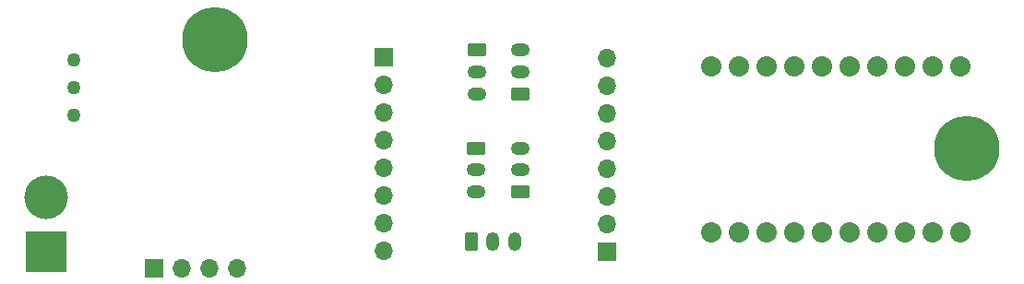
<source format=gbs>
%TF.GenerationSoftware,KiCad,Pcbnew,8.0.4*%
%TF.CreationDate,2024-09-27T18:01:19-04:00*%
%TF.ProjectId,Sp-I,53702d49-2e6b-4696-9361-645f70636258,rev?*%
%TF.SameCoordinates,Original*%
%TF.FileFunction,Soldermask,Bot*%
%TF.FilePolarity,Negative*%
%FSLAX46Y46*%
G04 Gerber Fmt 4.6, Leading zero omitted, Abs format (unit mm)*
G04 Created by KiCad (PCBNEW 8.0.4) date 2024-09-27 18:01:19*
%MOMM*%
%LPD*%
G01*
G04 APERTURE LIST*
G04 Aperture macros list*
%AMRoundRect*
0 Rectangle with rounded corners*
0 $1 Rounding radius*
0 $2 $3 $4 $5 $6 $7 $8 $9 X,Y pos of 4 corners*
0 Add a 4 corners polygon primitive as box body*
4,1,4,$2,$3,$4,$5,$6,$7,$8,$9,$2,$3,0*
0 Add four circle primitives for the rounded corners*
1,1,$1+$1,$2,$3*
1,1,$1+$1,$4,$5*
1,1,$1+$1,$6,$7*
1,1,$1+$1,$8,$9*
0 Add four rect primitives between the rounded corners*
20,1,$1+$1,$2,$3,$4,$5,0*
20,1,$1+$1,$4,$5,$6,$7,0*
20,1,$1+$1,$6,$7,$8,$9,0*
20,1,$1+$1,$8,$9,$2,$3,0*%
G04 Aperture macros list end*
%ADD10C,6.000000*%
%ADD11C,1.869000*%
%ADD12R,1.700000X1.700000*%
%ADD13O,1.700000X1.700000*%
%ADD14RoundRect,0.250000X-0.625000X0.350000X-0.625000X-0.350000X0.625000X-0.350000X0.625000X0.350000X0*%
%ADD15O,1.750000X1.200000*%
%ADD16RoundRect,0.250000X0.625000X-0.350000X0.625000X0.350000X-0.625000X0.350000X-0.625000X-0.350000X0*%
%ADD17R,3.800000X3.800000*%
%ADD18C,4.000000*%
%ADD19C,1.270000*%
%ADD20RoundRect,0.250000X-0.350000X-0.625000X0.350000X-0.625000X0.350000X0.625000X-0.350000X0.625000X0*%
%ADD21O,1.200000X1.750000*%
G04 APERTURE END LIST*
D10*
%TO.C,REF\u002A\u002A*%
X121500000Y-124500000D03*
%TD*%
%TO.C,REF\u002A\u002A*%
X190500000Y-134500000D03*
%TD*%
D11*
%TO.C,IC1*%
X184780000Y-127000000D03*
X182240000Y-127000000D03*
X179700000Y-127000000D03*
X177160000Y-127000000D03*
X174620000Y-127000000D03*
X172080000Y-127000000D03*
X169540000Y-127000000D03*
X167000000Y-127000000D03*
X167000000Y-142240000D03*
X169540000Y-142240000D03*
X172080000Y-142240000D03*
X174620000Y-142240000D03*
X177160000Y-142240000D03*
X179700000Y-142240000D03*
X182240000Y-142240000D03*
X184780000Y-142240000D03*
X189860000Y-142240000D03*
X187320000Y-127000000D03*
X187320000Y-142240000D03*
X189860000Y-127000000D03*
%TD*%
D12*
%TO.C,J8*%
X137000000Y-126125000D03*
D13*
X137000000Y-128665000D03*
X137000000Y-131205000D03*
X137000000Y-133745000D03*
X137000000Y-136285000D03*
X137000000Y-138825000D03*
X137000000Y-141365000D03*
X137000000Y-143905000D03*
%TD*%
D14*
%TO.C,J2*%
X145450000Y-134500000D03*
D15*
X145450000Y-136500000D03*
X145450000Y-138500000D03*
%TD*%
D16*
%TO.C,J3*%
X149500000Y-129500000D03*
D15*
X149500000Y-127500000D03*
X149500000Y-125500000D03*
%TD*%
D12*
%TO.C,J7*%
X157500000Y-144000000D03*
D13*
X157500000Y-141460000D03*
X157500000Y-138920000D03*
X157500000Y-136380000D03*
X157500000Y-133840000D03*
X157500000Y-131300000D03*
X157500000Y-128760000D03*
X157500000Y-126220000D03*
%TD*%
D17*
%TO.C,J9*%
X106000000Y-144000000D03*
D18*
X106000000Y-139000000D03*
%TD*%
D19*
%TO.C,U1*%
X108500000Y-131500000D03*
X108500000Y-128960000D03*
X108500000Y-126420000D03*
%TD*%
D12*
%TO.C,J4*%
X115920000Y-145500000D03*
D13*
X118460000Y-145500000D03*
X121000000Y-145500000D03*
X123540000Y-145500000D03*
%TD*%
D14*
%TO.C,J1*%
X145500000Y-125500000D03*
D15*
X145500000Y-127500000D03*
X145500000Y-129500000D03*
%TD*%
D16*
%TO.C,J6*%
X149500000Y-138500000D03*
D15*
X149500000Y-136500000D03*
X149500000Y-134500000D03*
%TD*%
D20*
%TO.C,J5*%
X145000000Y-143050000D03*
D21*
X147000000Y-143050000D03*
X149000000Y-143050000D03*
%TD*%
M02*

</source>
